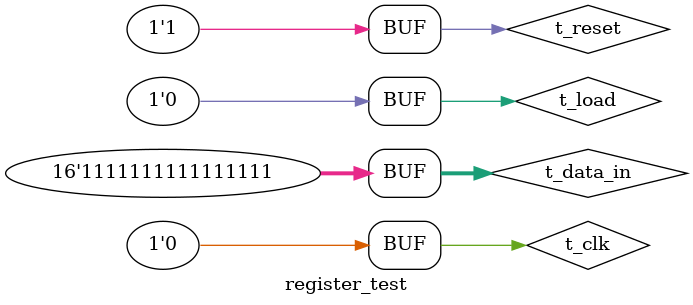
<source format=v>

`timescale 1 ns / 10 ps

`define PERIOD 10
`define HALF_PERIOD 5

module register_test;
    parameter WIDTH=16;
    reg t_clk;
    reg t_load;
    reg t_reset;
    reg [WIDTH-1:0] t_data_in;
    wire [WIDTH-1:0] t_data_out;
    
    Register #(WIDTH) reg1
        (.clk(t_clk), 
         .load(t_load),
         .reset(t_reset),
         .d(t_data_in),
         .q(t_data_out));
         
    Register #(WIDTH) reg2
        (.clk(t_clk), 
         .load(t_load),
         .reset(t_reset),
         .d(t_data_in),
         .q(t_data_out));
         
    initial
    begin
//        $dumpfile("register.vcd");
//        $dumpvars(0,register_test);

        $display("Hello, world");
        t_clk = 0;
        t_reset = 1;
        t_data_in = 0;
        t_load = 0;
        # 5;

        t_clk = 1;
        #5;

        t_reset = 0;
        # 5;

        t_clk = 0;
        #5;

        t_load = 1;
        t_data_in = 16'haa;
        # 5;
        
        t_clk = 1;
        # 5;

        /* set data to 0xffff so we can see it doesn't get pulled into 
         * the register
         */
        t_load = 0;
        t_data_in = 16'hffff;
        # 5;

        t_clk = 0;
        # 5;

        t_data_in = 16'h4242;
        t_load = 1;
        #5;
        
        t_clk = 1;
        #5;

        /* set data to 0xffff so we can see it doesn't get pulled into 
         * the register
         */
        t_data_in = 16'hffff;
        t_load = 0;
        #5;
                
        t_clk = 0;
        #5;

        #5;

        t_clk = 1;
        #5;

        #5;

        t_clk = 0;
        #5;
      
        t_reset = 1;
        #5;

        t_clk = 1;
        #5;

        #5;

        t_clk = 0;
        #5;

        $display("Goodbye, world");
    end

//    always @(*)
//    begin
//        #`PERIOD t_clk = ~t_clk;
//    end
        
endmodule


</source>
